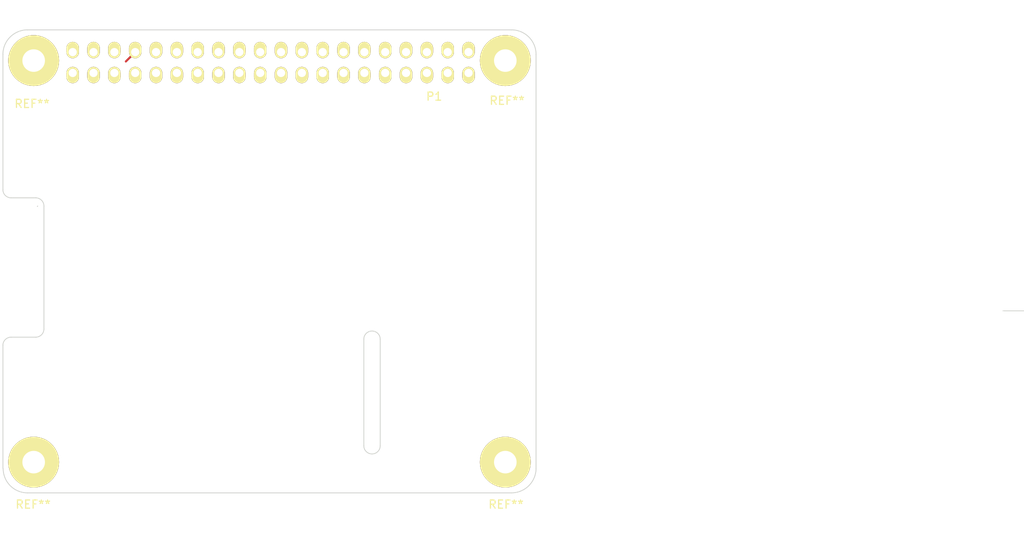
<source format=kicad_pcb>
(kicad_pcb (version 4) (host pcbnew 4.0.2+e4-6225~38~ubuntu14.04.1-stable)

  (general
    (links 7)
    (no_connects 7)
    (area 120.089999 53.44914 247.700001 138.996295)
    (thickness 1.6)
    (drawings 43)
    (tracks 2)
    (zones 0)
    (modules 5)
    (nets 33)
  )

  (page A4)
  (layers
    (0 F.Cu signal)
    (31 B.Cu signal)
    (32 B.Adhes user)
    (33 F.Adhes user)
    (34 B.Paste user)
    (35 F.Paste user)
    (36 B.SilkS user)
    (37 F.SilkS user)
    (38 B.Mask user)
    (39 F.Mask user)
    (40 Dwgs.User user)
    (41 Cmts.User user)
    (42 Eco1.User user hide)
    (43 Eco2.User user hide)
    (44 Edge.Cuts user)
    (45 Margin user)
    (46 B.CrtYd user)
    (47 F.CrtYd user)
    (48 B.Fab user)
    (49 F.Fab user)
  )

  (setup
    (last_trace_width 0.25)
    (trace_clearance 0.2)
    (zone_clearance 0.508)
    (zone_45_only no)
    (trace_min 0.2)
    (segment_width 0.2)
    (edge_width 0.1)
    (via_size 0.6)
    (via_drill 0.4)
    (via_min_size 0.4)
    (via_min_drill 0.3)
    (uvia_size 0.3)
    (uvia_drill 0.1)
    (uvias_allowed no)
    (uvia_min_size 0.2)
    (uvia_min_drill 0.1)
    (pcb_text_width 0.3)
    (pcb_text_size 1.5 1.5)
    (mod_edge_width 0.15)
    (mod_text_size 1 1)
    (mod_text_width 0.15)
    (pad_size 6.2 6.2)
    (pad_drill 2.75)
    (pad_to_mask_clearance 0)
    (aux_axis_origin 185.42 127)
    (visible_elements FFFFFF7F)
    (pcbplotparams
      (layerselection 0x00030_80000001)
      (usegerberextensions false)
      (excludeedgelayer true)
      (linewidth 0.100000)
      (plotframeref false)
      (viasonmask false)
      (mode 1)
      (useauxorigin false)
      (hpglpennumber 1)
      (hpglpenspeed 20)
      (hpglpendiameter 15)
      (hpglpenoverlay 2)
      (psnegative false)
      (psa4output false)
      (plotreference true)
      (plotvalue true)
      (plotinvisibletext false)
      (padsonsilk false)
      (subtractmaskfromsilk false)
      (outputformat 1)
      (mirror false)
      (drillshape 1)
      (scaleselection 1)
      (outputdirectory ""))
  )

  (net 0 "")
  (net 1 /LED5)
  (net 2 /LED6)
  (net 3 /LED7)
  (net 4 /LED8)
  (net 5 /LED1)
  (net 6 /LED2)
  (net 7 /LED3)
  (net 8 /LED4)
  (net 9 "Net-(P1-Pad1)")
  (net 10 "Net-(P1-Pad2)")
  (net 11 "Net-(P1-Pad3)")
  (net 12 "Net-(P1-Pad4)")
  (net 13 "Net-(P1-Pad5)")
  (net 14 GND)
  (net 15 "Net-(P1-Pad11)")
  (net 16 "Net-(P1-Pad12)")
  (net 17 "Net-(P1-Pad13)")
  (net 18 "Net-(P1-Pad15)")
  (net 19 "Net-(P1-Pad17)")
  (net 20 "Net-(P1-Pad18)")
  (net 21 "Net-(P1-Pad22)")
  (net 22 "Net-(P1-Pad27)")
  (net 23 "Net-(P1-Pad28)")
  (net 24 "Net-(P1-Pad29)")
  (net 25 "Net-(P1-Pad31)")
  (net 26 "Net-(P1-Pad32)")
  (net 27 "Net-(P1-Pad33)")
  (net 28 "Net-(P1-Pad35)")
  (net 29 "Net-(P1-Pad36)")
  (net 30 "Net-(P1-Pad37)")
  (net 31 "Net-(P1-Pad40)")
  (net 32 "Net-(P1-Pad16)")

  (net_class Default "This is the default net class."
    (clearance 0.2)
    (trace_width 0.25)
    (via_dia 0.6)
    (via_drill 0.4)
    (uvia_dia 0.3)
    (uvia_drill 0.1)
    (add_net /LED1)
    (add_net /LED2)
    (add_net /LED3)
    (add_net /LED4)
    (add_net /LED5)
    (add_net /LED6)
    (add_net /LED7)
    (add_net /LED8)
    (add_net GND)
    (add_net "Net-(P1-Pad1)")
    (add_net "Net-(P1-Pad11)")
    (add_net "Net-(P1-Pad12)")
    (add_net "Net-(P1-Pad13)")
    (add_net "Net-(P1-Pad15)")
    (add_net "Net-(P1-Pad16)")
    (add_net "Net-(P1-Pad17)")
    (add_net "Net-(P1-Pad18)")
    (add_net "Net-(P1-Pad2)")
    (add_net "Net-(P1-Pad22)")
    (add_net "Net-(P1-Pad27)")
    (add_net "Net-(P1-Pad28)")
    (add_net "Net-(P1-Pad29)")
    (add_net "Net-(P1-Pad3)")
    (add_net "Net-(P1-Pad31)")
    (add_net "Net-(P1-Pad32)")
    (add_net "Net-(P1-Pad33)")
    (add_net "Net-(P1-Pad35)")
    (add_net "Net-(P1-Pad36)")
    (add_net "Net-(P1-Pad37)")
    (add_net "Net-(P1-Pad4)")
    (add_net "Net-(P1-Pad40)")
    (add_net "Net-(P1-Pad5)")
  )

  (module kicad:rpi_hat_ambrose (layer F.Cu) (tedit 5773E7D7) (tstamp 5773CBCD)
    (at 155.829 80.1878)
    (path /5773C907)
    (fp_text reference P1 (at 19.939 1.6002) (layer F.SilkS)
      (effects (font (size 1 1) (thickness 0.15)))
    )
    (fp_text value Raspberry_Pi_Ambrose (at 0 -6.35) (layer F.Fab)
      (effects (font (size 1 1) (thickness 0.15)))
    )
    (pad 1 thru_hole oval (at -24.13 -3.81) (size 1.524 1.99898) (drill 1.0076 (offset 0 -0.24892)) (layers *.Cu *.Mask F.SilkS)
      (net 9 "Net-(P1-Pad1)"))
    (pad 2 thru_hole oval (at -24.13 -1.27) (size 1.524 1.99898) (drill 1.0076 (offset 0 0.24892)) (layers *.Cu *.Mask F.SilkS)
      (net 10 "Net-(P1-Pad2)"))
    (pad 3 thru_hole oval (at -21.59 -3.81) (size 1.524 1.99898) (drill 1.0076 (offset 0 -0.24892)) (layers *.Cu *.Mask F.SilkS)
      (net 11 "Net-(P1-Pad3)"))
    (pad 4 thru_hole oval (at -21.59 -1.27) (size 1.524 1.99898) (drill 1.0076 (offset 0 0.24892)) (layers *.Cu *.Mask F.SilkS)
      (net 12 "Net-(P1-Pad4)"))
    (pad 5 thru_hole oval (at -19.05 -3.81) (size 1.524 1.99898) (drill 1.0076 (offset 0 -0.24892)) (layers *.Cu *.Mask F.SilkS)
      (net 13 "Net-(P1-Pad5)"))
    (pad 6 thru_hole oval (at -19.05 -1.27) (size 1.524 1.99898) (drill 1.0076 (offset 0 0.24892)) (layers *.Cu *.Mask F.SilkS)
      (net 14 GND))
    (pad 7 thru_hole oval (at -16.51 -3.81) (size 1.524 1.99898) (drill 1.0076 (offset 0 -0.24892)) (layers *.Cu *.Mask F.SilkS)
      (net 4 /LED8))
    (pad 8 thru_hole oval (at -16.51 -1.27) (size 1.524 1.99898) (drill 1.0076 (offset 0 0.24892)) (layers *.Cu *.Mask F.SilkS)
      (net 5 /LED1))
    (pad 9 thru_hole oval (at -13.97 -3.81) (size 1.524 1.99898) (drill 1.0076 (offset 0 -0.24892)) (layers *.Cu *.Mask F.SilkS)
      (net 14 GND))
    (pad 10 thru_hole oval (at -13.97 -1.27) (size 1.524 1.99898) (drill 1.0076 (offset 0 0.24892)) (layers *.Cu *.Mask F.SilkS)
      (net 6 /LED2))
    (pad 11 thru_hole oval (at -11.43 -3.81) (size 1.524 1.99898) (drill 1.0076 (offset 0 -0.24892)) (layers *.Cu *.Mask F.SilkS)
      (net 15 "Net-(P1-Pad11)"))
    (pad 12 thru_hole oval (at -11.43 -1.27) (size 1.524 1.99898) (drill 1.0076 (offset 0 0.24892)) (layers *.Cu *.Mask F.SilkS)
      (net 16 "Net-(P1-Pad12)"))
    (pad 13 thru_hole oval (at -8.89 -3.81) (size 1.524 1.99898) (drill 1.0076 (offset 0 -0.24892)) (layers *.Cu *.Mask F.SilkS)
      (net 17 "Net-(P1-Pad13)"))
    (pad 15 thru_hole oval (at -6.35 -3.81) (size 1.524 1.99898) (drill 1.0076 (offset 0 -0.24892)) (layers *.Cu *.Mask F.SilkS)
      (net 18 "Net-(P1-Pad15)"))
    (pad 17 thru_hole oval (at -3.81 -3.81) (size 1.524 1.99898) (drill 1.0076 (offset 0 -0.24892)) (layers *.Cu *.Mask F.SilkS)
      (net 19 "Net-(P1-Pad17)"))
    (pad 18 thru_hole oval (at -3.81 -1.27) (size 1.524 1.99898) (drill 1.0076 (offset 0 0.24892)) (layers *.Cu *.Mask F.SilkS)
      (net 20 "Net-(P1-Pad18)"))
    (pad 19 thru_hole oval (at -1.27 -3.81) (size 1.524 1.99898) (drill 1.0076 (offset 0 -0.24892)) (layers *.Cu *.Mask F.SilkS)
      (net 7 /LED3))
    (pad 20 thru_hole oval (at -1.27 -1.27) (size 1.524 1.99898) (drill 1.0076 (offset 0 0.24892)) (layers *.Cu *.Mask F.SilkS)
      (net 14 GND))
    (pad 21 thru_hole oval (at 1.27 -3.81) (size 1.524 1.99898) (drill 1.0076 (offset 0 -0.24892)) (layers *.Cu *.Mask F.SilkS)
      (net 8 /LED4))
    (pad 22 thru_hole oval (at 1.27 -1.27) (size 1.524 1.99898) (drill 1.0076 (offset 0 0.24892)) (layers *.Cu *.Mask F.SilkS)
      (net 21 "Net-(P1-Pad22)"))
    (pad 23 thru_hole oval (at 3.81 -3.81) (size 1.524 1.99898) (drill 1.0076 (offset 0 -0.24892)) (layers *.Cu *.Mask F.SilkS)
      (net 1 /LED5))
    (pad 24 thru_hole oval (at 3.81 -1.27) (size 1.524 1.99898) (drill 1.0076 (offset 0 0.24892)) (layers *.Cu *.Mask F.SilkS)
      (net 2 /LED6))
    (pad 25 thru_hole oval (at 6.35 -3.81) (size 1.524 1.99898) (drill 1.0076 (offset 0 -0.24892)) (layers *.Cu *.Mask F.SilkS)
      (net 14 GND))
    (pad 26 thru_hole oval (at 6.35 -1.27) (size 1.524 1.99898) (drill 1.0076 (offset 0 0.24892)) (layers *.Cu *.Mask F.SilkS)
      (net 3 /LED7))
    (pad 27 thru_hole oval (at 8.89 -3.81) (size 1.524 1.99898) (drill 1.0076 (offset 0 -0.24892)) (layers *.Cu *.Mask F.SilkS)
      (net 22 "Net-(P1-Pad27)"))
    (pad 28 thru_hole oval (at 8.89 -1.27) (size 1.524 1.99898) (drill 1.0076 (offset 0 0.24892)) (layers *.Cu *.Mask F.SilkS)
      (net 23 "Net-(P1-Pad28)"))
    (pad 29 thru_hole oval (at 11.43 -3.81) (size 1.524 1.99898) (drill 1.0076 (offset 0 -0.24892)) (layers *.Cu *.Mask F.SilkS)
      (net 24 "Net-(P1-Pad29)"))
    (pad 31 thru_hole oval (at 13.97 -3.81) (size 1.524 1.99898) (drill 1.0076 (offset 0 -0.24892)) (layers *.Cu *.Mask F.SilkS)
      (net 25 "Net-(P1-Pad31)"))
    (pad 32 thru_hole oval (at 13.97 -1.27) (size 1.524 1.99898) (drill 1.0076 (offset 0 0.24892)) (layers *.Cu *.Mask F.SilkS)
      (net 26 "Net-(P1-Pad32)"))
    (pad 33 thru_hole oval (at 16.51 -3.81) (size 1.524 1.99898) (drill 1.0076 (offset 0 -0.24892)) (layers *.Cu *.Mask F.SilkS)
      (net 27 "Net-(P1-Pad33)"))
    (pad 34 thru_hole oval (at 16.51 -1.27) (size 1.524 1.99898) (drill 1.0076 (offset 0 0.24892)) (layers *.Cu *.Mask F.SilkS)
      (net 14 GND))
    (pad 35 thru_hole oval (at 19.05 -3.81) (size 1.524 1.99898) (drill 1.0076 (offset 0 -0.24892)) (layers *.Cu *.Mask F.SilkS)
      (net 28 "Net-(P1-Pad35)"))
    (pad 36 thru_hole oval (at 19.05 -1.27) (size 1.524 1.99898) (drill 1.0076 (offset 0 0.24892)) (layers *.Cu *.Mask F.SilkS)
      (net 29 "Net-(P1-Pad36)"))
    (pad 37 thru_hole oval (at 21.59 -3.81) (size 1.524 1.99898) (drill 1.0076 (offset 0 -0.24892)) (layers *.Cu *.Mask F.SilkS)
      (net 30 "Net-(P1-Pad37)"))
    (pad 38 thru_hole oval (at 21.59 -1.27) (size 1.524 1.99898) (drill 1.0076 (offset 0 0.24892)) (layers *.Cu *.Mask F.SilkS))
    (pad 39 thru_hole oval (at 24.13 -3.81) (size 1.524 1.99898) (drill 1.0076 (offset 0 -0.24892)) (layers *.Cu *.Mask F.SilkS)
      (net 14 GND))
    (pad 40 thru_hole oval (at 24.13 -1.27) (size 1.524 1.99898) (drill 1.0076 (offset 0 0.24892)) (layers *.Cu *.Mask F.SilkS)
      (net 31 "Net-(P1-Pad40)"))
    (pad 14 thru_hole oval (at -8.89 -1.27) (size 1.524 1.99898) (drill 1.0076 (offset 0 0.24892)) (layers *.Cu *.Mask F.SilkS)
      (net 14 GND))
    (pad 16 thru_hole oval (at -6.35 -1.27) (size 1.524 1.99898) (drill 1.0076 (offset 0 0.24892)) (layers *.Cu *.Mask F.SilkS)
      (net 32 "Net-(P1-Pad16)"))
    (pad 30 thru_hole oval (at 11.43 -1.27) (size 1.524 1.99898) (drill 1.0076 (offset 0 0.24892)) (layers *.Cu *.Mask F.SilkS)
      (net 14 GND))
  )

  (module kicad:hole_of_pi (layer F.Cu) (tedit 5773DDDA) (tstamp 5773DCA1)
    (at 184.658 77.216)
    (fp_text reference REF** (at 0 5.08) (layer F.SilkS)
      (effects (font (size 1 1) (thickness 0.15)))
    )
    (fp_text value hole_of_pi (at 0 -6.35) (layer F.Fab)
      (effects (font (size 1 1) (thickness 0.15)))
    )
    (pad 1 thru_hole circle (at -0.218 0.194) (size 6.2 6.2) (drill 2.75) (layers *.Cu *.Mask F.SilkS))
  )

  (module kicad:hole_of_pi (layer F.Cu) (tedit 5773DDD2) (tstamp 5773DCC1)
    (at 184.531 126.492)
    (fp_text reference REF** (at 0 5.08) (layer F.SilkS)
      (effects (font (size 1 1) (thickness 0.15)))
    )
    (fp_text value hole_of_pi (at 0 -6.35) (layer F.Fab)
      (effects (font (size 1 1) (thickness 0.15)))
    )
    (pad 1 thru_hole circle (at -0.091 -0.082) (size 6.2 6.2) (drill 2.75) (layers *.Cu *.Mask F.SilkS))
  )

  (module kicad:hole_of_pi (layer F.Cu) (tedit 5773DDBB) (tstamp 5773DCC3)
    (at 126.873 126.492)
    (fp_text reference REF** (at 0 5.08) (layer F.SilkS)
      (effects (font (size 1 1) (thickness 0.15)))
    )
    (fp_text value hole_of_pi (at 0 -6.35) (layer F.Fab)
      (effects (font (size 1 1) (thickness 0.15)))
    )
    (pad 1 thru_hole circle (at 0.067 -0.082) (size 6.2 6.2) (drill 2.75) (layers *.Cu *.Mask F.SilkS))
  )

  (module kicad:hole_of_pi (layer F.Cu) (tedit 5773DDB5) (tstamp 5773DCC4)
    (at 126.746 77.597)
    (fp_text reference REF** (at 0 5.08) (layer F.SilkS)
      (effects (font (size 1 1) (thickness 0.15)))
    )
    (fp_text value hole_of_pi (at 0 -6.35) (layer F.Fab)
      (effects (font (size 1 1) (thickness 0.15)))
    )
    (pad 1 thru_hole circle (at 0.194 -0.187) (size 6.2 6.2) (drill 2.75) (layers *.Cu *.Mask F.SilkS))
  )

  (dimension 56.515143 (width 0.3) (layer Dwgs.User)
    (gr_text "56.5 mm" (at 200.925253 101.867673 270.1287543) (layer Dwgs.User)
      (effects (font (size 1.5 1.5) (thickness 0.3)))
    )
    (feature1 (pts (xy 178.689 73.66) (xy 202.21175 73.60714)))
    (feature2 (pts (xy 178.816 130.175) (xy 202.33875 130.12214)))
    (crossbar (pts (xy 199.638757 130.128207) (xy 199.511757 73.613207)))
    (arrow1a (pts (xy 199.511757 73.613207) (xy 200.100708 74.73839)))
    (arrow1b (pts (xy 199.511757 73.613207) (xy 198.927869 74.741026)))
    (arrow2a (pts (xy 199.638757 130.128207) (xy 200.222645 129.000388)))
    (arrow2b (pts (xy 199.638757 130.128207) (xy 199.049806 129.003024)))
  )
  (dimension 64.998645 (width 0.3) (layer Dwgs.User)
    (gr_text "65 mm" (at 155.701325 137.608195 359.9328303) (layer Dwgs.User)
      (effects (font (size 1.5 1.5) (thickness 0.3)))
    )
    (feature1 (pts (xy 188.214 126.238) (xy 188.199043 138.996294)))
    (feature2 (pts (xy 123.2154 126.1618) (xy 123.200443 138.920094)))
    (crossbar (pts (xy 123.203608 136.220096) (xy 188.202208 136.296296)))
    (arrow1a (pts (xy 188.202208 136.296296) (xy 187.075018 136.881396)))
    (arrow1b (pts (xy 188.202208 136.296296) (xy 187.076392 135.708555)))
    (arrow2a (pts (xy 123.203608 136.220096) (xy 124.329424 136.807837)))
    (arrow2b (pts (xy 123.203608 136.220096) (xy 124.330798 135.634996)))
  )
  (gr_arc (start 168.19 111.41) (end 167.19 111.41) (angle 180) (layer Edge.Cuts) (width 0.1))
  (gr_arc (start 168.19 124.41) (end 169.19 124.41) (angle 180) (layer Edge.Cuts) (width 0.1))
  (gr_line (start 169.19 124.41) (end 169.19 111.41) (angle 90) (layer Edge.Cuts) (width 0.1))
  (gr_line (start 167.19 111.41) (end 167.19 124.41) (angle 90) (layer Edge.Cuts) (width 0.1))
  (gr_arc (start 126.19 76.66) (end 123.19 76.66) (angle 90) (layer Edge.Cuts) (width 0.1))
  (gr_arc (start 127.19 95.16) (end 127.19 94.16) (angle 90) (layer Edge.Cuts) (width 0.1))
  (gr_arc (start 124.19 93.16) (end 124.19 94.16) (angle 90) (layer Edge.Cuts) (width 0.1))
  (gr_arc (start 127.381 95.16) (end 127.4318 95.16) (angle 90) (layer Edge.Cuts) (width 0.1))
  (gr_arc (start 127.19 110.16) (end 128.19 110.16) (angle 90) (layer Edge.Cuts) (width 0.1))
  (gr_arc (start 124.19 112.16) (end 123.19 112.16) (angle 90) (layer Edge.Cuts) (width 0.1))
  (gr_arc (start 126.19 127.19) (end 126.19 130.16) (angle 90) (layer Edge.Cuts) (width 0.1))
  (gr_arc (start 185.19 127.16) (end 188.19 127.16) (angle 90) (layer Edge.Cuts) (width 0.1))
  (gr_arc (start 185.19 76.66) (end 185.19 73.66) (angle 90) (layer Edge.Cuts) (width 0.1))
  (gr_arc (start 196.723 131.953) (end 127.508 95.123) (angle 90) (layer Eco2.User) (width 0.2))
  (gr_arc (start 126.238 127.254) (end 123.19 130.048) (angle 90) (layer Eco2.User) (width 0.2))
  (gr_arc (start 125.984 127.254) (end 123.19 130.048) (angle 90) (layer Eco2.User) (width 0.2))
  (gr_line (start 128.2954 95.0722) (end 128.2954 95.7072) (angle 90) (layer Eco2.User) (width 0.2))
  (gr_line (start 128.27 110.6424) (end 128.27 95.0722) (angle 90) (layer Eco2.User) (width 0.2))
  (gr_line (start 124.19 111.16) (end 120.19 111.16) (angle 90) (layer Eco2.User) (width 0.2))
  (gr_line (start 123.19 127.16) (end 123.19 112.16) (angle 90) (layer Eco2.User) (width 0.2))
  (gr_line (start 185.19 130.16) (end 126.19 130.16) (angle 90) (layer Eco2.User) (width 0.2))
  (gr_line (start 188.1886 76.66) (end 188.1886 127.16) (angle 90) (layer Eco2.User) (width 0.2))
  (gr_line (start 123.19 73.66) (end 179.2224 73.66) (angle 90) (layer Eco1.User) (width 0.2))
  (gr_line (start 188.1886 73.66) (end 123.19 73.66) (angle 90) (layer Eco1.User) (width 0.2))
  (gr_line (start 188.1886 130.1496) (end 188.1886 73.66) (angle 90) (layer Eco1.User) (width 0.2))
  (gr_line (start 123.19 130.1496) (end 188.19 130.1496) (angle 90) (layer Eco1.User) (width 0.2))
  (gr_line (start 123.19 111.16) (end 123.19 130.16) (angle 90) (layer Eco1.User) (width 0.2))
  (gr_line (start 128.2154 111.1758) (end 123.2154 111.1758) (angle 90) (layer Eco1.User) (width 0.2))
  (gr_line (start 128.27 111.125) (end 128.27 111.1758) (angle 90) (layer Eco1.User) (width 0.2))
  (gr_line (start 128.27 94.125) (end 128.27 111.125) (angle 90) (layer Eco1.User) (width 0.2))
  (gr_line (start 123.19 94.1832) (end 128.27 94.1832) (angle 90) (layer Eco1.User) (width 0.2))
  (gr_line (start 123.19 73.6346) (end 123.19 94.1832) (angle 90) (layer Eco1.User) (width 0.2))
  (gr_line (start 123.19 93.16) (end 123.19 76.66) (angle 90) (layer Edge.Cuts) (width 0.1))
  (gr_line (start 127.19 94.16) (end 124.19 94.16) (angle 90) (layer Edge.Cuts) (width 0.1))
  (gr_line (start 128.19 110.16) (end 128.19 95.16) (angle 90) (layer Edge.Cuts) (width 0.1))
  (gr_line (start 124.19 111.16) (end 127.19 111.16) (angle 90) (layer Edge.Cuts) (width 0.1))
  (gr_line (start 126.19 130.16) (end 185.19 130.16) (angle 90) (layer Edge.Cuts) (width 0.1))
  (gr_line (start 247.65 107.95) (end 245.11 107.95) (angle 90) (layer Edge.Cuts) (width 0.1))
  (gr_line (start 188.19 76.66) (end 188.19 127.16) (angle 90) (layer Edge.Cuts) (width 0.1))
  (gr_line (start 126.19 73.66) (end 185.19 73.66) (angle 90) (layer Edge.Cuts) (width 0.1))
  (gr_line (start 123.19 112.16) (end 123.19 127.16) (angle 90) (layer Edge.Cuts) (width 0.1))

  (segment (start 162.179 78.613) (end 162.179 78.9178) (width 0.25) (layer F.Cu) (net 3) (tstamp 5773EE5F))
  (segment (start 138.176 77.5208) (end 139.319 76.3778) (width 0.25) (layer F.Cu) (net 4) (tstamp 5773EDF9))

)

</source>
